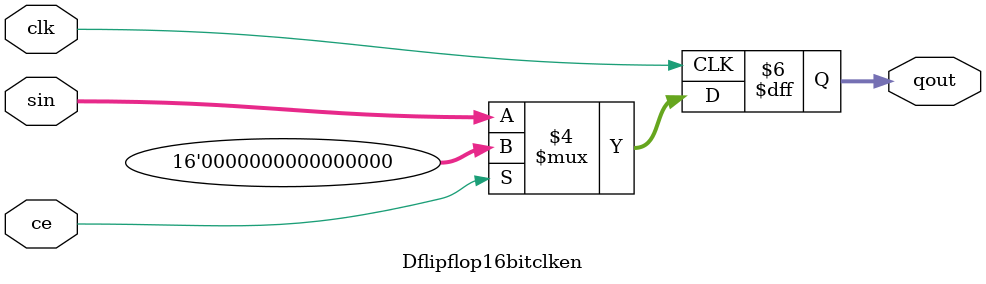
<source format=v>
module Dflipflop16bitclken(
    input [15:0] sin,
    input ce,
    input clk,
    output reg [15:0] qout
    );

always @(posedge clk) begin
    if (ce == 1'b1) begin
        qout = 16'b0;
    end else begin 
        qout = sin;
    end
    
end

endmodule

</source>
